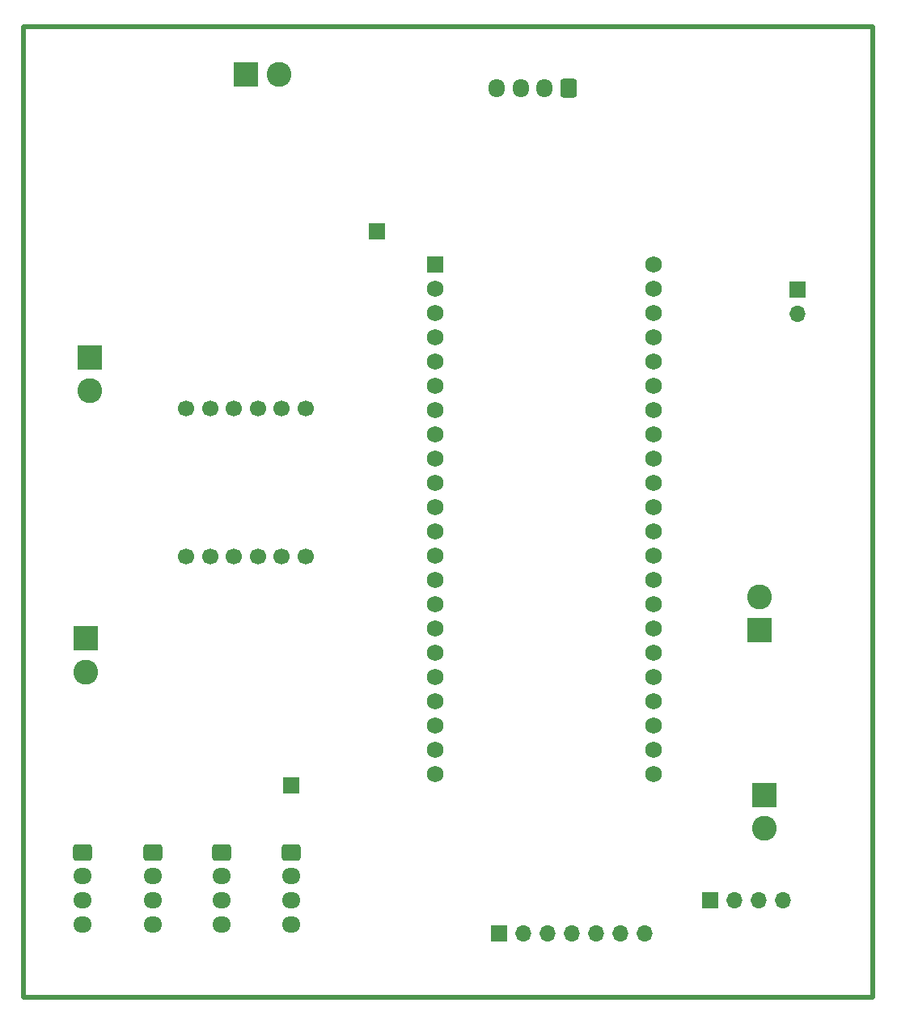
<source format=gbr>
%TF.GenerationSoftware,KiCad,Pcbnew,8.0.1*%
%TF.CreationDate,2024-11-21T16:43:07-05:00*%
%TF.ProjectId,SensorPCB,53656e73-6f72-4504-9342-2e6b69636164,rev?*%
%TF.SameCoordinates,Original*%
%TF.FileFunction,Soldermask,Top*%
%TF.FilePolarity,Negative*%
%FSLAX46Y46*%
G04 Gerber Fmt 4.6, Leading zero omitted, Abs format (unit mm)*
G04 Created by KiCad (PCBNEW 8.0.1) date 2024-11-21 16:43:07*
%MOMM*%
%LPD*%
G01*
G04 APERTURE LIST*
G04 Aperture macros list*
%AMRoundRect*
0 Rectangle with rounded corners*
0 $1 Rounding radius*
0 $2 $3 $4 $5 $6 $7 $8 $9 X,Y pos of 4 corners*
0 Add a 4 corners polygon primitive as box body*
4,1,4,$2,$3,$4,$5,$6,$7,$8,$9,$2,$3,0*
0 Add four circle primitives for the rounded corners*
1,1,$1+$1,$2,$3*
1,1,$1+$1,$4,$5*
1,1,$1+$1,$6,$7*
1,1,$1+$1,$8,$9*
0 Add four rect primitives between the rounded corners*
20,1,$1+$1,$2,$3,$4,$5,0*
20,1,$1+$1,$4,$5,$6,$7,0*
20,1,$1+$1,$6,$7,$8,$9,0*
20,1,$1+$1,$8,$9,$2,$3,0*%
G04 Aperture macros list end*
%ADD10RoundRect,0.250000X-0.725000X0.600000X-0.725000X-0.600000X0.725000X-0.600000X0.725000X0.600000X0*%
%ADD11O,1.950000X1.700000*%
%ADD12R,1.700000X1.700000*%
%ADD13O,1.700000X1.700000*%
%ADD14C,1.700000*%
%ADD15RoundRect,0.102000X-0.765000X-0.765000X0.765000X-0.765000X0.765000X0.765000X-0.765000X0.765000X0*%
%ADD16C,1.734000*%
%ADD17R,2.600000X2.600000*%
%ADD18C,2.600000*%
%ADD19RoundRect,0.250000X0.600000X0.725000X-0.600000X0.725000X-0.600000X-0.725000X0.600000X-0.725000X0*%
%ADD20O,1.700000X1.950000*%
%TA.AperFunction,Profile*%
%ADD21C,0.499999*%
%TD*%
G04 APERTURE END LIST*
D10*
%TO.C,J5*%
X39650000Y-106500000D03*
D11*
X39650000Y-109000000D03*
X39650000Y-111500000D03*
X39650000Y-114000000D03*
%TD*%
D10*
%TO.C,J4*%
X47000000Y-106500000D03*
D11*
X47000000Y-109000000D03*
X47000000Y-111500000D03*
X47000000Y-114000000D03*
%TD*%
D10*
%TO.C,J3*%
X54200000Y-106500000D03*
D11*
X54200000Y-109000000D03*
X54200000Y-111500000D03*
X54200000Y-114000000D03*
%TD*%
D10*
%TO.C,J2*%
X61500000Y-106500000D03*
D11*
X61500000Y-109000000D03*
X61500000Y-111500000D03*
X61500000Y-114000000D03*
%TD*%
D12*
%TO.C,J15*%
X61500000Y-99500000D03*
%TD*%
%TO.C,J14*%
X70500000Y-41500000D03*
%TD*%
D13*
%TO.C,J8*%
X98500000Y-115000000D03*
X95960000Y-115000000D03*
X93420000Y-115000000D03*
X90880000Y-115000000D03*
X88340000Y-115000000D03*
X85800000Y-115000000D03*
D12*
X83260000Y-115000000D03*
%TD*%
D14*
%TO.C,U2*%
X50500000Y-75500000D03*
X53000000Y-75500000D03*
X55500000Y-75500000D03*
X58000000Y-75500000D03*
X60500000Y-75500000D03*
X63000000Y-75500000D03*
X50500000Y-60000000D03*
X53000000Y-60000000D03*
X55500000Y-60000000D03*
X58000000Y-60000000D03*
X60500000Y-60000000D03*
X63000000Y-60000000D03*
%TD*%
D15*
%TO.C,U1*%
X76540500Y-44985000D03*
D16*
X76540500Y-47525000D03*
X76540500Y-50065000D03*
X76540500Y-52605000D03*
X76540500Y-55145000D03*
X76540500Y-57685000D03*
X76540500Y-60225000D03*
X76540500Y-62765000D03*
X76540500Y-65305000D03*
X76540500Y-67845000D03*
X76540500Y-70385000D03*
X76540500Y-72925000D03*
X76540500Y-75465000D03*
X76540500Y-78005000D03*
X76540500Y-80545000D03*
X76540500Y-83085000D03*
X76540500Y-85625000D03*
X76540500Y-88165000D03*
X76540500Y-90705000D03*
X76540500Y-93245000D03*
X76540500Y-95785000D03*
X76540500Y-98325000D03*
X99400500Y-44985000D03*
X99400500Y-47525000D03*
X99400500Y-50065000D03*
X99400500Y-52605000D03*
X99400500Y-55145000D03*
X99400500Y-57685000D03*
X99400500Y-60225000D03*
X99400500Y-62765000D03*
X99400500Y-65305000D03*
X99400500Y-67845000D03*
X99400500Y-70385000D03*
X99400500Y-72925000D03*
X99400500Y-75465000D03*
X99400500Y-78005000D03*
X99400500Y-80545000D03*
X99400500Y-83085000D03*
X99400500Y-85625000D03*
X99400500Y-88165000D03*
X99400500Y-90705000D03*
X99400500Y-93245000D03*
X99400500Y-95785000D03*
X99400500Y-98325000D03*
%TD*%
D12*
%TO.C,J13*%
X105380000Y-111500000D03*
D13*
X107920000Y-111500000D03*
X110460000Y-111500000D03*
X113000000Y-111500000D03*
%TD*%
D17*
%TO.C,J12*%
X111000000Y-100500000D03*
D18*
X111000000Y-104000000D03*
%TD*%
%TO.C,J11*%
X40000000Y-87600000D03*
D17*
X40000000Y-84100000D03*
%TD*%
%TO.C,J10*%
X40400000Y-54650000D03*
D18*
X40400000Y-58150000D03*
%TD*%
D17*
%TO.C,J9*%
X56750000Y-25045000D03*
D18*
X60250000Y-25045000D03*
%TD*%
D19*
%TO.C,J7*%
X90500000Y-26500000D03*
D20*
X88000000Y-26500000D03*
X85500000Y-26500000D03*
X83000000Y-26500000D03*
%TD*%
D17*
%TO.C,J6*%
X110500000Y-83250000D03*
D18*
X110500000Y-79750000D03*
%TD*%
D12*
%TO.C,J1*%
X114500000Y-47560000D03*
D13*
X114500000Y-50100000D03*
%TD*%
D21*
X33500000Y-20050000D02*
X122400000Y-20050000D01*
X122400000Y-121650000D01*
X33500000Y-121650000D01*
X33500000Y-20050000D01*
M02*

</source>
